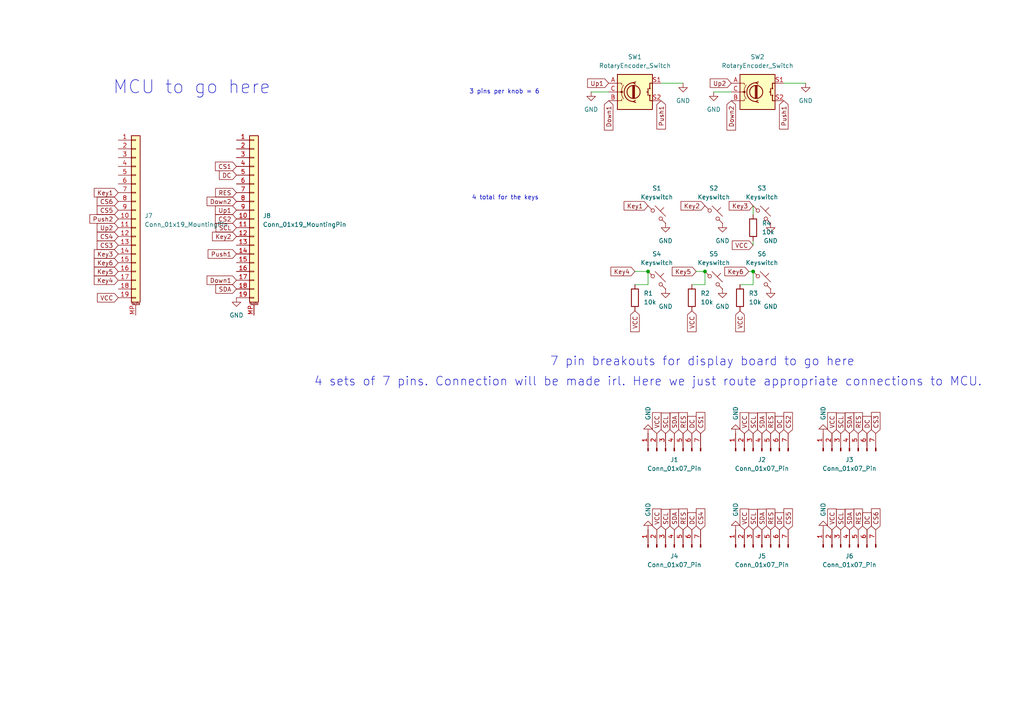
<source format=kicad_sch>
(kicad_sch (version 20250114) (generator "eeschema") (generator_version "9.0")
  (paper "A4")
  (lib_symbols
    (symbol "Connector:Conn_01x07_Pin" (pin_names (offset 1.016) (hide yes))
      (property "Reference" "J" (at 0 10.16 0))
      (property "Value" "Conn_01x07_Pin" (at 0 -10.16 0))
      (symbol "Conn_01x07_Pin_1_1"
        (rectangle (start 0.8636 7.747) (end 0 7.493) (stroke (width 0.1524)) (fill (type outline)))
        (rectangle (start 0.8636 5.207) (end 0 4.953) (stroke (width 0.1524)) (fill (type outline)))
        (rectangle (start 0.8636 2.667) (end 0 2.413) (stroke (width 0.1524)) (fill (type outline)))
        (rectangle (start 0.8636 0.127) (end 0 -0.127) (stroke (width 0.1524)) (fill (type outline)))
        (rectangle (start 0.8636 -2.413) (end 0 -2.667) (stroke (width 0.1524)) (fill (type outline)))
        (rectangle (start 0.8636 -4.953) (end 0 -5.207) (stroke (width 0.1524)) (fill (type outline)))
        (rectangle (start 0.8636 -7.493) (end 0 -7.747) (stroke (width 0.1524)) (fill (type outline)))
        (polyline (pts (xy 1.27 7.62) (xy 0.8636 7.62)) (stroke (width 0.1524)))
        (polyline (pts (xy 1.27 5.08) (xy 0.8636 5.08)) (stroke (width 0.1524)))
        (polyline (pts (xy 1.27 2.54) (xy 0.8636 2.54)) (stroke (width 0.1524)))
        (polyline (pts (xy 1.27 0) (xy 0.8636 0)) (stroke (width 0.1524)))
        (polyline (pts (xy 1.27 -2.54) (xy 0.8636 -2.54)) (stroke (width 0.1524)))
        (polyline (pts (xy 1.27 -5.08) (xy 0.8636 -5.08)) (stroke (width 0.1524)))
        (polyline (pts (xy 1.27 -7.62) (xy 0.8636 -7.62)) (stroke (width 0.1524)))
        (pin passive line (at 5.08 7.62 180) (length 3.81) (name "Pin_1") (number "1"))
        (pin passive line (at 5.08 5.08 180) (length 3.81) (name "Pin_2") (number "2"))
        (pin passive line (at 5.08 2.54 180) (length 3.81) (name "Pin_3") (number "3"))
        (pin passive line (at 5.08 0 180) (length 3.81) (name "Pin_4") (number "4"))
        (pin passive line (at 5.08 -2.54 180) (length 3.81) (name "Pin_5") (number "5"))
        (pin passive line (at 5.08 -5.08 180) (length 3.81) (name "Pin_6") (number "6"))
        (pin passive line (at 5.08 -7.62 180) (length 3.81) (name "Pin_7") (number "7"))
      )
    )
    (symbol "Connector_Generic_MountingPin:Conn_01x19_MountingPin" (pin_names (offset 1.016) (hide yes))
      (property "Reference" "J" (at 0 25.4 0))
      (property "Value" "Conn_01x19_MountingPin" (at 1.27 -25.4 0))
      (symbol "Conn_01x19_MountingPin_1_1"
        (rectangle (start -1.27 24.13) (end 1.27 -24.13) (stroke (width 0.254)) (fill (type background)))
        (rectangle (start -1.27 22.987) (end 0 22.733) (stroke (width 0.1524)))
        (rectangle (start -1.27 20.447) (end 0 20.193) (stroke (width 0.1524)))
        (rectangle (start -1.27 17.907) (end 0 17.653) (stroke (width 0.1524)))
        (rectangle (start -1.27 15.367) (end 0 15.113) (stroke (width 0.1524)))
        (rectangle (start -1.27 12.827) (end 0 12.573) (stroke (width 0.1524)))
        (rectangle (start -1.27 10.287) (end 0 10.033) (stroke (width 0.1524)))
        (rectangle (start -1.27 7.747) (end 0 7.493) (stroke (width 0.1524)))
        (rectangle (start -1.27 5.207) (end 0 4.953) (stroke (width 0.1524)))
        (rectangle (start -1.27 2.667) (end 0 2.413) (stroke (width 0.1524)))
        (rectangle (start -1.27 0.127) (end 0 -0.127) (stroke (width 0.1524)))
        (rectangle (start -1.27 -2.413) (end 0 -2.667) (stroke (width 0.1524)))
        (rectangle (start -1.27 -4.953) (end 0 -5.207) (stroke (width 0.1524)))
        (rectangle (start -1.27 -7.493) (end 0 -7.747) (stroke (width 0.1524)))
        (rectangle (start -1.27 -10.033) (end 0 -10.287) (stroke (width 0.1524)))
        (rectangle (start -1.27 -12.573) (end 0 -12.827) (stroke (width 0.1524)))
        (rectangle (start -1.27 -15.113) (end 0 -15.367) (stroke (width 0.1524)))
        (rectangle (start -1.27 -17.653) (end 0 -17.907) (stroke (width 0.1524)))
        (rectangle (start -1.27 -20.193) (end 0 -20.447) (stroke (width 0.1524)))
        (rectangle (start -1.27 -22.733) (end 0 -22.987) (stroke (width 0.1524)))
        (polyline (pts (xy -1.016 -24.892) (xy 1.016 -24.892)) (stroke (width 0.1524)))
        (text "Mounting" (at 0 -24.511 0) (effects (font (size 0.381 0.381))))
        (pin passive line (at -5.08 22.86 0) (length 3.81) (name "Pin_1") (number "1"))
        (pin passive line (at -5.08 20.32 0) (length 3.81) (name "Pin_2") (number "2"))
        (pin passive line (at -5.08 17.78 0) (length 3.81) (name "Pin_3") (number "3"))
        (pin passive line (at -5.08 15.24 0) (length 3.81) (name "Pin_4") (number "4"))
        (pin passive line (at -5.08 12.7 0) (length 3.81) (name "Pin_5") (number "5"))
        (pin passive line (at -5.08 10.16 0) (length 3.81) (name "Pin_6") (number "6"))
        (pin passive line (at -5.08 7.62 0) (length 3.81) (name "Pin_7") (number "7"))
        (pin passive line (at -5.08 5.08 0) (length 3.81) (name "Pin_8") (number "8"))
        (pin passive line (at -5.08 2.54 0) (length 3.81) (name "Pin_9") (number "9"))
        (pin passive line (at -5.08 0 0) (length 3.81) (name "Pin_10") (number "10"))
        (pin passive line (at -5.08 -2.54 0) (length 3.81) (name "Pin_11") (number "11"))
        (pin passive line (at -5.08 -5.08 0) (length 3.81) (name "Pin_12") (number "12"))
        (pin passive line (at -5.08 -7.62 0) (length 3.81) (name "Pin_13") (number "13"))
        (pin passive line (at -5.08 -10.16 0) (length 3.81) (name "Pin_14") (number "14"))
        (pin passive line (at -5.08 -12.7 0) (length 3.81) (name "Pin_15") (number "15"))
        (pin passive line (at -5.08 -15.24 0) (length 3.81) (name "Pin_16") (number "16"))
        (pin passive line (at -5.08 -17.78 0) (length 3.81) (name "Pin_17") (number "17"))
        (pin passive line (at -5.08 -20.32 0) (length 3.81) (name "Pin_18") (number "18"))
        (pin passive line (at -5.08 -22.86 0) (length 3.81) (name "Pin_19") (number "19"))
        (pin passive line (at 0 -27.94 90) (length 3.048) (name "MountPin") (number "MP"))
      )
    )
    (symbol "Device:R" (pin_numbers (hide yes)) (pin_names (offset 0))
      (property "Reference" "R" (at 2.032 0 90))
      (property "Value" "R" (at 0 0 90))
      (symbol "R_0_1"
        (rectangle (start -1.016 -2.54) (end 1.016 2.54) (stroke (width 0.254)))
      )
      (symbol "R_1_1"
        (pin passive line (at 0 3.81 270) (length 1.27) (name "~") (number "1"))
        (pin passive line (at 0 -3.81 90) (length 1.27) (name "~") (number "2"))
      )
    )
    (symbol "Device:RotaryEncoder_Switch" (pin_names (offset 0.254) (hide yes))
      (property "Reference" "SW" (at 0 6.604 0))
      (property "Value" "RotaryEncoder_Switch" (at 0 -6.604 0))
      (symbol "RotaryEncoder_Switch_0_1"
        (rectangle (start -5.08 5.08) (end 5.08 -5.08) (stroke (width 0.254)) (fill (type background)))
        (polyline (pts (xy -5.08 2.54) (xy -3.81 2.54) (xy -3.81 2.032)))
        (polyline (pts (xy -5.08 0) (xy -3.81 0) (xy -3.81 -1.016) (xy -3.302 -2.032)))
        (polyline (pts (xy -5.08 -2.54) (xy -3.81 -2.54) (xy -3.81 -2.032)))
        (polyline (pts (xy -4.318 0) (xy -3.81 0) (xy -3.81 1.016) (xy -3.302 2.032)))
        (circle (center -3.81 0) (radius 0.254) (fill (type outline)))
        (polyline (pts (xy -0.635 -1.778) (xy -0.635 1.778)) (stroke (width 0.254)))
        (circle (center -0.381 0) (radius 1.905) (stroke (width 0.254)))
        (polyline (pts (xy -0.381 -1.778) (xy -0.381 1.778)) (stroke (width 0.254)))
        (arc (start -0.381 -2.794) (mid -3.0988 -0.0635) (end -0.381 2.667) (stroke (width 0.254)))
        (polyline (pts (xy -0.127 1.778) (xy -0.127 -1.778)) (stroke (width 0.254)))
        (polyline (pts (xy 0.254 2.921) (xy -0.508 2.667) (xy 0.127 2.286)) (stroke (width 0.254)))
        (polyline (pts (xy 0.254 -3.048) (xy -0.508 -2.794) (xy 0.127 -2.413)) (stroke (width 0.254)))
        (polyline (pts (xy 3.81 1.016) (xy 3.81 -1.016)) (stroke (width 0.254)))
        (polyline (pts (xy 3.81 0) (xy 3.429 0)) (stroke (width 0.254)))
        (circle (center 4.318 1.016) (radius 0.127) (stroke (width 0.254)))
        (circle (center 4.318 -1.016) (radius 0.127) (stroke (width 0.254)))
        (polyline (pts (xy 5.08 2.54) (xy 4.318 2.54) (xy 4.318 1.016)) (stroke (width 0.254)))
        (polyline (pts (xy 5.08 -2.54) (xy 4.318 -2.54) (xy 4.318 -1.016)) (stroke (width 0.254)))
      )
      (symbol "RotaryEncoder_Switch_1_1"
        (pin passive line (at -7.62 2.54 0) (length 2.54) (name "A") (number "A"))
        (pin passive line (at -7.62 0 0) (length 2.54) (name "C") (number "C"))
        (pin passive line (at -7.62 -2.54 0) (length 2.54) (name "B") (number "B"))
        (pin passive line (at 7.62 2.54 180) (length 2.54) (name "S1") (number "S1"))
        (pin passive line (at 7.62 -2.54 180) (length 2.54) (name "S2") (number "S2"))
      )
    )
    (symbol "ScottoKeebs:Placeholder_Keyswitch" (pin_numbers (hide yes)) (pin_names (offset 1.016) (hide yes))
      (property "Reference" "S" (at 3.048 1.016 0))
      (property "Value" "Keyswitch" (at 0 -3.81 0))
      (symbol "Placeholder_Keyswitch_0_1"
        (polyline (pts (xy -2.54 2.54) (xy -1.524 1.524) (xy -1.524 1.524)))
        (circle (center -1.1684 1.1684) (radius 0.508))
        (polyline (pts (xy -0.508 2.54) (xy 2.54 -0.508)))
        (polyline (pts (xy 1.016 1.016) (xy 2.032 2.032)))
        (circle (center 1.143 -1.1938) (radius 0.508))
        (polyline (pts (xy 1.524 -1.524) (xy 2.54 -2.54) (xy 2.54 -2.54) (xy 2.54 -2.54)))
        (pin passive line (at -2.54 2.54 0) (length 0) (name "1") (number "1"))
        (pin passive line (at 2.54 -2.54 180) (length 0) (name "2") (number "2"))
      )
    )
    (symbol "power:GND" (power) (pin_numbers (hide yes)) (pin_names (offset 0) (hide yes))
      (property "Value" "GND" (at 0 -3.81 0))
      (symbol "GND_0_1"
        (polyline (pts (xy 0 0) (xy 0 -1.27) (xy 1.27 -1.27) (xy 0 -2.54) (xy -1.27 -1.27) (xy 0 -1.27)))
      )
      (symbol "GND_1_1"
        (pin power_in line (at 0 0 270) (length 0) (name "~") (number "1"))
      )
    )
  )
  (text "3 pins per knob = 6" (at 146.304 26.67 0) (effects (font (size 1.27 1.27))))
  (text "7 pin breakouts for display board to go here" (at 203.708 104.902 0) (effects (font (size 2.54 2.54))))
  (text "4 sets of 7 pins. Connection will be made irl. Here we just route appropriate connections to MCU." (at 187.96 110.744 0) (effects (font (size 2.54 2.54))))
  (text "4 total for the keys" (at 146.558 57.404 0) (effects (font (size 1.27 1.27))))
  (text "MCU to go here\n" (at 55.626 25.4 0) (effects (font (size 3.81 3.81))))
  (junction (at 204.47 78.74))
  (junction (at 187.96 78.74))
  (junction (at 218.44 78.74))
  (wire (pts (xy 204.47 82.55) (xy 200.66 82.55)))
  (wire (pts (xy 187.96 82.55) (xy 184.15 82.55)))
  (wire (pts (xy 198.12 24.13) (xy 191.77 24.13)))
  (wire (pts (xy 218.44 71.12) (xy 218.44 69.85)))
  (wire (pts (xy 233.68 24.13) (xy 227.33 24.13)))
  (wire (pts (xy 218.44 78.74) (xy 218.44 82.55)))
  (wire (pts (xy 207.01 26.67) (xy 212.09 26.67)))
  (wire (pts (xy 218.44 82.55) (xy 214.63 82.55)))
  (wire (pts (xy 201.93 78.74) (xy 204.47 78.74)))
  (wire (pts (xy 218.44 62.23) (xy 218.44 59.69)))
  (wire (pts (xy 171.45 26.67) (xy 176.53 26.67)))
  (wire (pts (xy 204.47 78.74) (xy 204.47 82.55)))
  (wire (pts (xy 187.96 78.74) (xy 187.96 82.55)))
  (wire (pts (xy 184.15 78.74) (xy 187.96 78.74)))
  (wire (pts (xy 217.17 78.74) (xy 218.44 78.74)))
  (global_label "DC" (shape input) (at 226.06 153.67 90) (property "Intersheetrefs" "${INTERSHEET_REFS}" (effects (hide yes))))
  (global_label "DC" (shape input) (at 200.66 153.67 90) (property "Intersheetrefs" "${INTERSHEET_REFS}" (effects (hide yes))))
  (global_label "VCC" (shape input) (at 34.29 86.36 180) (property "Intersheetrefs" "${INTERSHEET_REFS}" (effects (hide yes))))
  (global_label "VCC" (shape input) (at 241.3 125.73 90) (property "Intersheetrefs" "${INTERSHEET_REFS}" (effects (hide yes))))
  (global_label "Key5" (shape input) (at 201.93 78.74 180) (property "Intersheetrefs" "${INTERSHEET_REFS}" (effects (hide yes))))
  (global_label "Key2" (shape input) (at 68.58 68.58 180) (property "Intersheetrefs" "${INTERSHEET_REFS}" (effects (hide yes))))
  (global_label "Down2" (shape input) (at 212.09 29.21 270) (property "Intersheetrefs" "${INTERSHEET_REFS}" (effects (hide yes))))
  (global_label "CS5" (shape input) (at 228.6 153.67 90) (property "Intersheetrefs" "${INTERSHEET_REFS}" (effects (hide yes))))
  (global_label "CS1" (shape input) (at 203.2 125.73 90) (property "Intersheetrefs" "${INTERSHEET_REFS}" (effects (hide yes))))
  (global_label "Down1" (shape input) (at 68.58 81.28 180) (property "Intersheetrefs" "${INTERSHEET_REFS}" (effects (hide yes))))
  (global_label "CS3" (shape input) (at 34.29 71.12 180) (property "Intersheetrefs" "${INTERSHEET_REFS}" (effects (hide yes))))
  (global_label "Push2" (shape input) (at 34.29 63.5 180) (property "Intersheetrefs" "${INTERSHEET_REFS}" (effects (hide yes))))
  (global_label "VCC" (shape input) (at 241.3 153.67 90) (property "Intersheetrefs" "${INTERSHEET_REFS}" (effects (hide yes))))
  (global_label "VCC" (shape input) (at 218.44 71.12 180) (property "Intersheetrefs" "${INTERSHEET_REFS}" (effects (hide yes))))
  (global_label "Up1" (shape input) (at 176.53 24.13 180) (property "Intersheetrefs" "${INTERSHEET_REFS}" (effects (hide yes))))
  (global_label "Up2" (shape input) (at 34.29 66.04 180) (property "Intersheetrefs" "${INTERSHEET_REFS}" (effects (hide yes))))
  (global_label "CS2" (shape input) (at 228.6 125.73 90) (property "Intersheetrefs" "${INTERSHEET_REFS}" (effects (hide yes))))
  (global_label "Key3" (shape input) (at 218.44 59.69 180) (property "Intersheetrefs" "${INTERSHEET_REFS}" (effects (hide yes))))
  (global_label "Push1" (shape input) (at 191.77 29.21 270) (property "Intersheetrefs" "${INTERSHEET_REFS}" (effects (hide yes))))
  (global_label "Down1" (shape input) (at 176.53 29.21 270) (property "Intersheetrefs" "${INTERSHEET_REFS}" (effects (hide yes))))
  (global_label "SCL" (shape input) (at 193.04 125.73 90) (property "Intersheetrefs" "${INTERSHEET_REFS}" (effects (hide yes))))
  (global_label "VCC" (shape input) (at 190.5 153.67 90) (property "Intersheetrefs" "${INTERSHEET_REFS}" (effects (hide yes))))
  (global_label "Key6" (shape input) (at 34.29 76.2 180) (property "Intersheetrefs" "${INTERSHEET_REFS}" (effects (hide yes))))
  (global_label "SCL" (shape input) (at 218.44 125.73 90) (property "Intersheetrefs" "${INTERSHEET_REFS}" (effects (hide yes))))
  (global_label "VCC" (shape input) (at 214.63 90.17 270) (property "Intersheetrefs" "${INTERSHEET_REFS}" (effects (hide yes))))
  (global_label "CS1" (shape input) (at 68.58 48.26 180) (property "Intersheetrefs" "${INTERSHEET_REFS}" (effects (hide yes))))
  (global_label "VCC" (shape input) (at 200.66 90.17 270) (property "Intersheetrefs" "${INTERSHEET_REFS}" (effects (hide yes))))
  (global_label "CS6" (shape input) (at 34.29 58.42 180) (property "Intersheetrefs" "${INTERSHEET_REFS}" (effects (hide yes))))
  (global_label "VCC" (shape input) (at 215.9 125.73 90) (property "Intersheetrefs" "${INTERSHEET_REFS}" (effects (hide yes))))
  (global_label "DC" (shape input) (at 200.66 125.73 90) (property "Intersheetrefs" "${INTERSHEET_REFS}" (effects (hide yes))))
  (global_label "SCL" (shape input) (at 68.58 66.04 180) (property "Intersheetrefs" "${INTERSHEET_REFS}" (effects (hide yes))))
  (global_label "Push1" (shape input) (at 227.33 29.21 270) (property "Intersheetrefs" "${INTERSHEET_REFS}" (effects (hide yes))))
  (global_label "SDA" (shape input) (at 246.38 125.73 90) (property "Intersheetrefs" "${INTERSHEET_REFS}" (effects (hide yes))))
  (global_label "SDA" (shape input) (at 195.58 125.73 90) (property "Intersheetrefs" "${INTERSHEET_REFS}" (effects (hide yes))))
  (global_label "VCC" (shape input) (at 184.15 90.17 270) (property "Intersheetrefs" "${INTERSHEET_REFS}" (effects (hide yes))))
  (global_label "SDA" (shape input) (at 195.58 153.67 90) (property "Intersheetrefs" "${INTERSHEET_REFS}" (effects (hide yes))))
  (global_label "CS3" (shape input) (at 254 125.73 90) (property "Intersheetrefs" "${INTERSHEET_REFS}" (effects (hide yes))))
  (global_label "CS6" (shape input) (at 254 153.67 90) (property "Intersheetrefs" "${INTERSHEET_REFS}" (effects (hide yes))))
  (global_label "Up2" (shape input) (at 212.09 24.13 180) (property "Intersheetrefs" "${INTERSHEET_REFS}" (effects (hide yes))))
  (global_label "CS5" (shape input) (at 34.29 60.96 180) (property "Intersheetrefs" "${INTERSHEET_REFS}" (effects (hide yes))))
  (global_label "SCL" (shape input) (at 243.84 153.67 90) (property "Intersheetrefs" "${INTERSHEET_REFS}" (effects (hide yes))))
  (global_label "RES" (shape input) (at 248.92 153.67 90) (property "Intersheetrefs" "${INTERSHEET_REFS}" (effects (hide yes))))
  (global_label "RES" (shape input) (at 223.52 125.73 90) (property "Intersheetrefs" "${INTERSHEET_REFS}" (effects (hide yes))))
  (global_label "Key3" (shape input) (at 34.29 73.66 180) (property "Intersheetrefs" "${INTERSHEET_REFS}" (effects (hide yes))))
  (global_label "DC" (shape input) (at 251.46 125.73 90) (property "Intersheetrefs" "${INTERSHEET_REFS}" (effects (hide yes))))
  (global_label "SCL" (shape input) (at 218.44 153.67 90) (property "Intersheetrefs" "${INTERSHEET_REFS}" (effects (hide yes))))
  (global_label "CS2" (shape input) (at 68.58 63.5 180) (property "Intersheetrefs" "${INTERSHEET_REFS}" (effects (hide yes))))
  (global_label "SDA" (shape input) (at 68.58 83.82 180) (property "Intersheetrefs" "${INTERSHEET_REFS}" (effects (hide yes))))
  (global_label "SCL" (shape input) (at 193.04 153.67 90) (property "Intersheetrefs" "${INTERSHEET_REFS}" (effects (hide yes))))
  (global_label "Down2" (shape input) (at 68.58 58.42 180) (property "Intersheetrefs" "${INTERSHEET_REFS}" (effects (hide yes))))
  (global_label "CS4" (shape input) (at 203.2 153.67 90) (property "Intersheetrefs" "${INTERSHEET_REFS}" (effects (hide yes))))
  (global_label "Up1" (shape input) (at 68.58 60.96 180) (property "Intersheetrefs" "${INTERSHEET_REFS}" (effects (hide yes))))
  (global_label "SDA" (shape input) (at 220.98 125.73 90) (property "Intersheetrefs" "${INTERSHEET_REFS}" (effects (hide yes))))
  (global_label "DC" (shape input) (at 226.06 125.73 90) (property "Intersheetrefs" "${INTERSHEET_REFS}" (effects (hide yes))))
  (global_label "RES" (shape input) (at 223.52 153.67 90) (property "Intersheetrefs" "${INTERSHEET_REFS}" (effects (hide yes))))
  (global_label "Key1" (shape input) (at 187.96 59.69 180) (property "Intersheetrefs" "${INTERSHEET_REFS}" (effects (hide yes))))
  (global_label "SDA" (shape input) (at 246.38 153.67 90) (property "Intersheetrefs" "${INTERSHEET_REFS}" (effects (hide yes))))
  (global_label "VCC" (shape input) (at 215.9 153.67 90) (property "Intersheetrefs" "${INTERSHEET_REFS}" (effects (hide yes))))
  (global_label "DC" (shape input) (at 251.46 153.67 90) (property "Intersheetrefs" "${INTERSHEET_REFS}" (effects (hide yes))))
  (global_label "Push1" (shape input) (at 68.58 73.66 180) (property "Intersheetrefs" "${INTERSHEET_REFS}" (effects (hide yes))))
  (global_label "RES" (shape input) (at 198.12 153.67 90) (property "Intersheetrefs" "${INTERSHEET_REFS}" (effects (hide yes))))
  (global_label "Key2" (shape input) (at 204.47 59.69 180) (property "Intersheetrefs" "${INTERSHEET_REFS}" (effects (hide yes))))
  (global_label "Key4" (shape input) (at 34.29 81.28 180) (property "Intersheetrefs" "${INTERSHEET_REFS}" (effects (hide yes))))
  (global_label "SCL" (shape input) (at 243.84 125.73 90) (property "Intersheetrefs" "${INTERSHEET_REFS}" (effects (hide yes))))
  (global_label "VCC" (shape input) (at 190.5 125.73 90) (property "Intersheetrefs" "${INTERSHEET_REFS}" (effects (hide yes))))
  (global_label "RES" (shape input) (at 68.58 55.88 180) (property "Intersheetrefs" "${INTERSHEET_REFS}" (effects (hide yes))))
  (global_label "RES" (shape input) (at 248.92 125.73 90) (property "Intersheetrefs" "${INTERSHEET_REFS}" (effects (hide yes))))
  (global_label "Key5" (shape input) (at 34.29 78.74 180) (property "Intersheetrefs" "${INTERSHEET_REFS}" (effects (hide yes))))
  (global_label "Key6" (shape input) (at 217.17 78.74 180) (property "Intersheetrefs" "${INTERSHEET_REFS}" (effects (hide yes))))
  (global_label "RES" (shape input) (at 198.12 125.73 90) (property "Intersheetrefs" "${INTERSHEET_REFS}" (effects (hide yes))))
  (global_label "CS4" (shape input) (at 34.29 68.58 180) (property "Intersheetrefs" "${INTERSHEET_REFS}" (effects (hide yes))))
  (global_label "DC" (shape input) (at 68.58 50.8 180) (property "Intersheetrefs" "${INTERSHEET_REFS}" (effects (hide yes))))
  (global_label "Key4" (shape input) (at 184.15 78.74 180) (property "Intersheetrefs" "${INTERSHEET_REFS}" (effects (hide yes))))
  (global_label "SDA" (shape input) (at 220.98 153.67 90) (property "Intersheetrefs" "${INTERSHEET_REFS}" (effects (hide yes))))
  (global_label "Key1" (shape input) (at 34.29 55.88 180) (property "Intersheetrefs" "${INTERSHEET_REFS}" (effects (hide yes))))
  (symbol (lib_id "Device:R") (at 214.63 86.36 0) (unit 1)
    (property "Reference" "R3" (at 217.17 85.0899 0) (effects (justify left)))
    (property "Value" "10k" (at 217.17 87.6299 0) (effects (justify left)))
    (property "Footprint" "Resistor_THT:R_Array_SIP4" (effects (hide yes)))
    (property "Description" "Resistor" (effects (hide yes)))
  )
  (symbol (lib_id "ScottoKeebs:Placeholder_Keyswitch") (at 190.5 81.28 0) (unit 1)
    (property "Reference" "S4" (at 190.5 73.66 0))
    (property "Value" "Keyswitch" (at 190.5 76.2 0))
    (property "Footprint" "ScottoKeebs_MX:MX_PCB_1.00u" (effects (hide yes)))
    (property "Description" "Push button switch, normally open, two pins, 45° tilted" (effects (hide yes)))
  )
  (symbol (lib_id "power:GND") (at 193.04 64.77 0) (unit 1)
    (property "Reference" "#PWR010" (effects (hide yes)))
    (property "Value" "GND" (at 193.04 69.85 0))
    (property "Description" "Power symbol creates a global label with name \"GND\" , ground" (effects (hide yes)))
  )
  (symbol (lib_id "ScottoKeebs:Placeholder_Keyswitch") (at 220.98 62.23 0) (unit 1)
    (property "Reference" "S3" (at 220.98 54.61 0))
    (property "Value" "Keyswitch" (at 220.98 57.15 0))
    (property "Footprint" "ScottoKeebs_MX:MX_PCB_1.00u" (effects (hide yes)))
    (property "Description" "Push button switch, normally open, two pins, 45° tilted" (effects (hide yes)))
  )
  (symbol (lib_id "Device:R") (at 184.15 86.36 0) (unit 1)
    (property "Reference" "R1" (at 186.69 85.0899 0) (effects (justify left)))
    (property "Value" "10k" (at 186.69 87.6299 0) (effects (justify left)))
    (property "Footprint" "Resistor_THT:R_Array_SIP4" (effects (hide yes)))
    (property "Description" "Resistor" (effects (hide yes)))
  )
  (symbol (lib_id "ScottoKeebs:Placeholder_Keyswitch") (at 207.01 81.28 0) (unit 1)
    (property "Reference" "S5" (at 207.01 73.66 0))
    (property "Value" "Keyswitch" (at 207.01 76.2 0))
    (property "Footprint" "ScottoKeebs_MX:MX_PCB_1.00u" (effects (hide yes)))
    (property "Description" "Push button switch, normally open, two pins, 45° tilted" (effects (hide yes)))
  )
  (symbol (lib_id "power:GND") (at 207.01 26.67 0) (unit 1)
    (property "Reference" "#PWR08" (effects (hide yes)))
    (property "Value" "GND" (at 207.01 31.75 0))
    (property "Description" "Power symbol creates a global label with name \"GND\" , ground" (effects (hide yes)))
  )
  (symbol (lib_id "ScottoKeebs:Placeholder_Keyswitch") (at 220.98 81.28 0) (unit 1)
    (property "Reference" "S6" (at 220.98 73.66 0))
    (property "Value" "Keyswitch" (at 220.98 76.2 0))
    (property "Footprint" "ScottoKeebs_MX:MX_PCB_1.00u" (effects (hide yes)))
    (property "Description" "Push button switch, normally open, two pins, 45° tilted" (effects (hide yes)))
  )
  (symbol (lib_id "power:GND") (at 223.52 83.82 0) (unit 1)
    (property "Reference" "#PWR03" (effects (hide yes)))
    (property "Value" "GND" (at 223.52 88.9 0))
    (property "Description" "Power symbol creates a global label with name \"GND\" , ground" (effects (hide yes)))
  )
  (symbol (lib_id "power:GND") (at 213.36 125.73 180) (unit 1)
    (property "Reference" "#PWR012" (effects (hide yes)))
    (property "Value" "GND" (at 213.3601 121.92 90) (effects (justify right)))
    (property "Description" "Power symbol creates a global label with name \"GND\" , ground" (effects (hide yes)))
  )
  (symbol (lib_id "Connector_Generic_MountingPin:Conn_01x19_MountingPin") (at 39.37 63.5 0) (unit 1)
    (property "Reference" "J7" (at 41.91 62.5855 0) (effects (justify left)))
    (property "Value" "Conn_01x19_MountingPin" (at 41.91 65.1255 0) (effects (justify left)))
    (property "Footprint" "Connector_PinHeader_2.54mm:PinHeader_1x19_P2.54mm_Vertical" (effects (hide yes)))
    (property "Description" "Generic connectable mounting pin connector, single row, 01x19, script generated (kicad-library-utils/schlib/autogen/connector/)" (effects (hide yes)))
  )
  (symbol (lib_id "power:GND") (at 238.76 125.73 180) (unit 1)
    (property "Reference" "#PWR013" (effects (hide yes)))
    (property "Value" "GND" (at 238.7601 121.92 90) (effects (justify right)))
    (property "Description" "Power symbol creates a global label with name \"GND\" , ground" (effects (hide yes)))
  )
  (symbol (lib_id "Connector:Conn_01x07_Pin") (at 246.38 130.81 90) (unit 1)
    (property "Reference" "J3" (at 246.38 133.35 90))
    (property "Value" "Conn_01x07_Pin" (at 246.38 135.89 90))
    (property "Footprint" "Connector_PinHeader_2.54mm:PinHeader_1x07_P2.54mm_Vertical" (effects (hide yes)))
    (property "Description" "Generic connector, single row, 01x07, script generated" (effects (hide yes)))
  )
  (symbol (lib_id "Connector:Conn_01x07_Pin") (at 220.98 158.75 90) (unit 1)
    (property "Reference" "J5" (at 220.98 161.29 90))
    (property "Value" "Conn_01x07_Pin" (at 220.98 163.83 90))
    (property "Footprint" "Connector_PinHeader_2.54mm:PinHeader_1x07_P2.54mm_Vertical" (effects (hide yes)))
    (property "Description" "Generic connector, single row, 01x07, script generated" (effects (hide yes)))
  )
  (symbol (lib_id "power:GND") (at 171.45 26.67 0) (unit 1)
    (property "Reference" "#PWR06" (effects (hide yes)))
    (property "Value" "GND" (at 171.45 31.75 0))
    (property "Description" "Power symbol creates a global label with name \"GND\" , ground" (effects (hide yes)))
  )
  (symbol (lib_id "power:GND") (at 198.12 24.13 0) (unit 1)
    (property "Reference" "#PWR07" (effects (hide yes)))
    (property "Value" "GND" (at 198.12 29.21 0))
    (property "Description" "Power symbol creates a global label with name \"GND\" , ground" (effects (hide yes)))
  )
  (symbol (lib_id "Device:RotaryEncoder_Switch") (at 184.15 26.67 0) (unit 1)
    (property "Reference" "SW1" (at 184.15 16.51 0))
    (property "Value" "RotaryEncoder_Switch" (at 184.15 19.05 0))
    (property "Footprint" "Rotary_Encoder:RotaryEncoder_Alps_EC11E-Switch_Vertical_H20mm" (effects (hide yes)))
    (property "Description" "Rotary encoder, dual channel, incremental quadrate outputs, with switch" (effects (hide yes)))
  )
  (symbol (lib_id "power:GND") (at 213.36 153.67 180) (unit 1)
    (property "Reference" "#PWR015" (effects (hide yes)))
    (property "Value" "GND" (at 213.3601 149.86 90) (effects (justify right)))
    (property "Description" "Power symbol creates a global label with name \"GND\" , ground" (effects (hide yes)))
  )
  (symbol (lib_id "Connector:Conn_01x07_Pin") (at 195.58 130.81 90) (unit 1)
    (property "Reference" "J1" (at 195.58 133.35 90))
    (property "Value" "Conn_01x07_Pin" (at 195.58 135.89 90))
    (property "Footprint" "Connector_PinHeader_2.54mm:PinHeader_1x07_P2.54mm_Vertical" (effects (hide yes)))
    (property "Description" "Generic connector, single row, 01x07, script generated" (effects (hide yes)))
  )
  (symbol (lib_id "power:GND") (at 209.55 83.82 0) (unit 1)
    (property "Reference" "#PWR02" (effects (hide yes)))
    (property "Value" "GND" (at 209.55 88.9 0))
    (property "Description" "Power symbol creates a global label with name \"GND\" , ground" (effects (hide yes)))
  )
  (symbol (lib_id "power:GND") (at 223.52 64.77 0) (unit 1)
    (property "Reference" "#PWR04" (effects (hide yes)))
    (property "Value" "GND" (at 223.52 69.85 0))
    (property "Description" "Power symbol creates a global label with name \"GND\" , ground" (effects (hide yes)))
  )
  (symbol (lib_id "Connector:Conn_01x07_Pin") (at 246.38 158.75 90) (unit 1)
    (property "Reference" "J6" (at 246.38 161.29 90))
    (property "Value" "Conn_01x07_Pin" (at 246.38 163.83 90))
    (property "Footprint" "Connector_PinHeader_2.54mm:PinHeader_1x07_P2.54mm_Vertical" (effects (hide yes)))
    (property "Description" "Generic connector, single row, 01x07, script generated" (effects (hide yes)))
  )
  (symbol (lib_id "power:GND") (at 238.76 153.67 180) (unit 1)
    (property "Reference" "#PWR016" (effects (hide yes)))
    (property "Value" "GND" (at 238.7601 149.86 90) (effects (justify right)))
    (property "Description" "Power symbol creates a global label with name \"GND\" , ground" (effects (hide yes)))
  )
  (symbol (lib_id "power:GND") (at 233.68 24.13 0) (unit 1)
    (property "Reference" "#PWR09" (effects (hide yes)))
    (property "Value" "GND" (at 233.68 29.21 0))
    (property "Description" "Power symbol creates a global label with name \"GND\" , ground" (effects (hide yes)))
  )
  (symbol (lib_id "power:GND") (at 187.96 125.73 180) (unit 1)
    (property "Reference" "#PWR011" (effects (hide yes)))
    (property "Value" "GND" (at 187.9601 121.92 90) (effects (justify right)))
    (property "Description" "Power symbol creates a global label with name \"GND\" , ground" (effects (hide yes)))
  )
  (symbol (lib_id "power:GND") (at 68.58 86.36 0) (unit 1)
    (property "Reference" "#PWR017" (effects (hide yes)))
    (property "Value" "GND" (at 68.58 91.44 0))
    (property "Description" "Power symbol creates a global label with name \"GND\" , ground" (effects (hide yes)))
  )
  (symbol (lib_id "ScottoKeebs:Placeholder_Keyswitch") (at 207.01 62.23 0) (unit 1)
    (property "Reference" "S2" (at 207.01 54.61 0))
    (property "Value" "Keyswitch" (at 207.01 57.15 0))
    (property "Footprint" "ScottoKeebs_MX:MX_PCB_1.00u" (effects (hide yes)))
    (property "Description" "Push button switch, normally open, two pins, 45° tilted" (effects (hide yes)))
  )
  (symbol (lib_id "power:GND") (at 187.96 153.67 180) (unit 1)
    (property "Reference" "#PWR014" (effects (hide yes)))
    (property "Value" "GND" (at 187.9601 149.86 90) (effects (justify right)))
    (property "Description" "Power symbol creates a global label with name \"GND\" , ground" (effects (hide yes)))
  )
  (symbol (lib_id "Device:R") (at 200.66 86.36 0) (unit 1)
    (property "Reference" "R2" (at 203.2 85.0899 0) (effects (justify left)))
    (property "Value" "10k" (at 203.2 87.6299 0) (effects (justify left)))
    (property "Footprint" "Resistor_THT:R_Array_SIP4" (effects (hide yes)))
    (property "Description" "Resistor" (effects (hide yes)))
  )
  (symbol (lib_id "Connector:Conn_01x07_Pin") (at 220.98 130.81 90) (unit 1)
    (property "Reference" "J2" (at 220.98 133.35 90))
    (property "Value" "Conn_01x07_Pin" (at 220.98 135.89 90))
    (property "Footprint" "Connector_PinHeader_2.54mm:PinHeader_1x07_P2.54mm_Vertical" (effects (hide yes)))
    (property "Description" "Generic connector, single row, 01x07, script generated" (effects (hide yes)))
  )
  (symbol (lib_id "Connector_Generic_MountingPin:Conn_01x19_MountingPin") (at 73.66 63.5 0) (unit 1)
    (property "Reference" "J8" (at 76.2 62.5855 0) (effects (justify left)))
    (property "Value" "Conn_01x19_MountingPin" (at 76.2 65.1255 0) (effects (justify left)))
    (property "Footprint" "Connector_PinHeader_2.54mm:PinHeader_1x19_P2.54mm_Vertical" (effects (hide yes)))
    (property "Description" "Generic connectable mounting pin connector, single row, 01x19, script generated (kicad-library-utils/schlib/autogen/connector/)" (effects (hide yes)))
  )
  (symbol (lib_id "Device:R") (at 218.44 66.04 0) (unit 1)
    (property "Reference" "R4" (at 220.98 64.7699 0) (effects (justify left)))
    (property "Value" "10k" (at 220.98 67.3099 0) (effects (justify left)))
    (property "Footprint" "Resistor_THT:R_Array_SIP4" (effects (hide yes)))
    (property "Description" "Resistor" (effects (hide yes)))
  )
  (symbol (lib_id "Connector:Conn_01x07_Pin") (at 195.58 158.75 90) (unit 1)
    (property "Reference" "J4" (at 195.58 161.29 90))
    (property "Value" "Conn_01x07_Pin" (at 195.58 163.83 90))
    (property "Footprint" "Connector_PinHeader_2.54mm:PinHeader_1x07_P2.54mm_Vertical" (effects (hide yes)))
    (property "Description" "Generic connector, single row, 01x07, script generated" (effects (hide yes)))
  )
  (symbol (lib_id "ScottoKeebs:Placeholder_Keyswitch") (at 190.5 62.23 0) (unit 1)
    (property "Reference" "S1" (at 190.5 54.61 0))
    (property "Value" "Keyswitch" (at 190.5 57.15 0))
    (property "Footprint" "ScottoKeebs_MX:MX_PCB_1.00u" (effects (hide yes)))
    (property "Description" "Push button switch, normally open, two pins, 45° tilted" (effects (hide yes)))
  )
  (symbol (lib_id "power:GND") (at 209.55 64.77 0) (unit 1)
    (property "Reference" "#PWR05" (effects (hide yes)))
    (property "Value" "GND" (at 209.55 69.85 0))
    (property "Description" "Power symbol creates a global label with name \"GND\" , ground" (effects (hide yes)))
  )
  (symbol (lib_id "power:GND") (at 193.04 83.82 0) (unit 1)
    (property "Reference" "#PWR01" (effects (hide yes)))
    (property "Value" "GND" (at 193.04 88.9 0))
    (property "Description" "Power symbol creates a global label with name \"GND\" , ground" (effects (hide yes)))
  )
  (symbol (lib_id "Device:RotaryEncoder_Switch") (at 219.71 26.67 0) (unit 1)
    (property "Reference" "SW2" (at 219.71 16.51 0))
    (property "Value" "RotaryEncoder_Switch" (at 219.71 19.05 0))
    (property "Footprint" "Rotary_Encoder:RotaryEncoder_Alps_EC11E-Switch_Vertical_H20mm" (effects (hide yes)))
    (property "Description" "Rotary encoder, dual channel, incremental quadrate outputs, with switch" (effects (hide yes)))
  )
)
</source>
